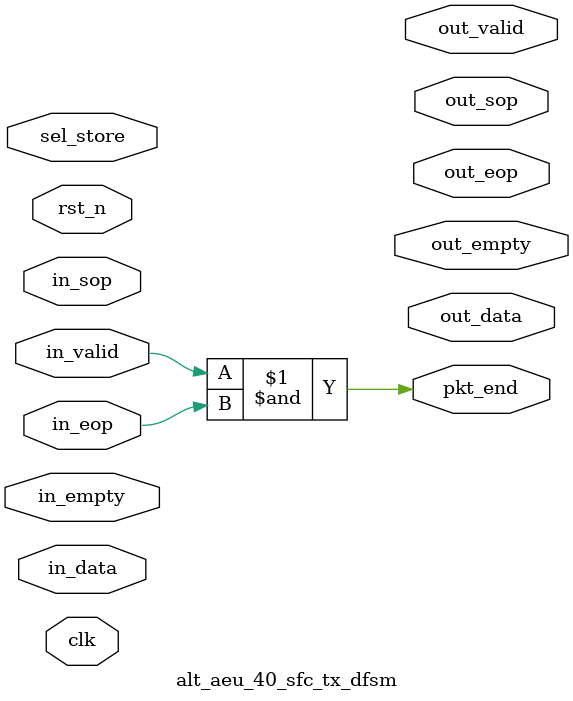
<source format=v>



 module alt_aeu_40_sfc_tx_dfsm 
     #(parameter WORDS = 8, EMPTYBITS = 6)
      (
       input wire clk 
      ,input wire rst_n 
      ,input wire sel_store			// stored when high

 //    data-path source port 
      ,input wire in_valid	      		// daa val
      ,input wire in_sop   	
      ,input wire in_eop   	
      ,input wire [WORDS*64-1:0] in_data   	// sop word
      ,input wire [EMPTYBITS-1:0] in_empty 	// eop byte(one hot)

      ,output wire out_valid      		// daa val
      ,output wire out_sop  	// sop word
      ,output wire out_eop  	// sop word
      ,output wire [WORDS*64-1:0] out_data 	// sop word
      ,output wire [EMPTYBITS-1:0] out_empty 	// eop byte(one hot)

 //    fsm control port
      ,output wire pkt_end
     );

 // ____________________________________________________________________
    assign pkt_end = in_valid & in_eop;
 
 endmodule



</source>
